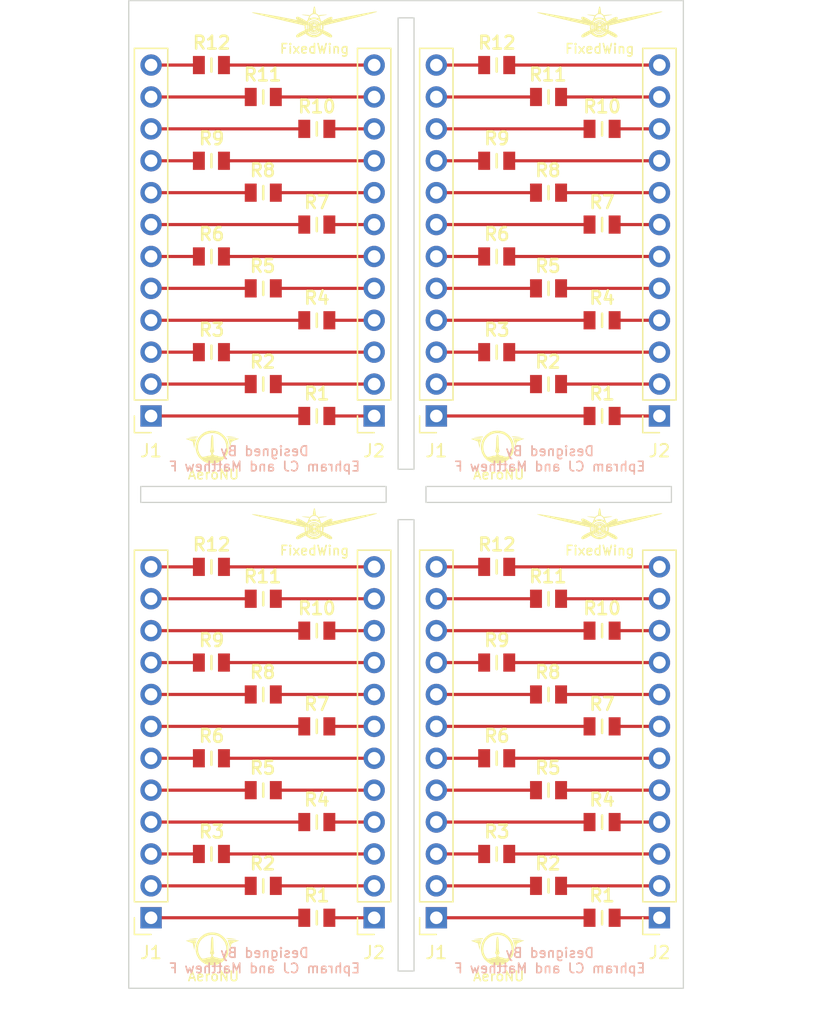
<source format=kicad_pcb>
(kicad_pcb (version 20221018) (generator pcbnew)
  (layers (0 "F.Cu" signal) (31 "B.Cu" signal) (34 "B.Paste" user) (35 "F.Paste" user) (36 "B.SilkS" user "B.Silkscreen") (37 "F.SilkS" user "F.Silkscreen") (38 "B.Mask" user) (39 "F.Mask" user) (44 "Edge.Cuts" user))
  (net 0 "")
  (net 1 "Net-(J1-Pin_1)")
  (net 2 "Net-(J1-Pin_2)")
  (net 3 "Net-(J1-Pin_3)")
  (net 4 "Net-(J1-Pin_4)")
  (net 5 "Net-(J1-Pin_5)")
  (net 6 "Net-(J1-Pin_6)")
  (net 7 "Net-(J1-Pin_7)")
  (net 8 "Net-(J1-Pin_8)")
  (net 9 "Net-(J1-Pin_9)")
  (net 10 "Net-(J1-Pin_10)")
  (net 11 "Net-(J1-Pin_11)")
  (net 12 "Net-(J1-Pin_12)")
  (net 13 "Net-(J2-Pin_1)")
  (net 14 "Net-(J2-Pin_2)")
  (net 15 "Net-(J2-Pin_3)")
  (net 16 "Net-(J2-Pin_4)")
  (net 17 "Net-(J2-Pin_5)")
  (net 18 "Net-(J2-Pin_6)")
  (net 19 "Net-(J2-Pin_7)")
  (net 20 "Net-(J2-Pin_8)")
  (net 21 "Net-(J2-Pin_9)")
  (net 22 "Net-(J2-Pin_10)")
  (net 23 "Net-(J2-Pin_11)")
  (net 24 "Net-(J2-Pin_12)")
  (footprint "FixedWing Symbol Library:RESC2012X50N" (layer "F.Cu") (at 188.341 81.28)
    (fp_text reference "R10" (at 0 -1.778) (layer "F.SilkS") (effects (font (size 1.016 1.016) (thickness 0.2032) bold)))
    (fp_text value "3K3Ω" hide)
    (pad "1" smd rect (at -1 0) (size 0.95 1.45) (layers "F.Cu" "F.Paste" "F.Mask") (net 10 "Net-(J1-Pin_10)"))
    (pad "2" smd rect (at 1 0) (size 0.95 1.45) (layers "F.Cu" "F.Paste" "F.Mask") (net 22 "Net-(J2-Pin_10)"))
  )
  (footprint "FixedWing Symbol Library:RESC2012X50N" (layer "F.Cu") (at 161.3408 86.36)
    (fp_text reference "R8" (at -0.0508 -1.778) (layer "F.SilkS") (effects (font (size 1.016 1.016) (thickness 0.2032) bold)))
    (fp_text value "3K3Ω" hide)
    (pad "1" smd rect (at -1 0) (size 0.95 1.45) (layers "F.Cu" "F.Paste" "F.Mask") (net 8 "Net-(J1-Pin_8)"))
    (pad "2" smd rect (at 1 0) (size 0.95 1.45) (layers "F.Cu" "F.Paste" "F.Mask") (net 20 "Net-(J2-Pin_8)"))
  )
  (footprint "FixedWing Symbol Library:RESC2012X50N" (layer "F.Cu") (at 165.608 88.9)
    (fp_text reference "R7" (at 0 -1.778) (layer "F.SilkS") (effects (font (size 1.016 1.016) (thickness 0.2032) bold)))
    (fp_text value "3K3Ω" hide)
    (pad "1" smd rect (at -1 0) (size 0.95 1.45) (layers "F.Cu" "F.Paste" "F.Mask") (net 7 "Net-(J1-Pin_7)"))
    (pad "2" smd rect (at 1 0) (size 0.95 1.45) (layers "F.Cu" "F.Paste" "F.Mask") (net 19 "Net-(J2-Pin_7)"))
  )
  (footprint "FixedWing:AeroNU - Logo (Smol)" (layer "F.Cu") (at 180.139049 69.423188)
    (fp_text reference "AeroNU" hide)
    (fp_text value "LOGO" hide)
  )
  (footprint "FixedWing Symbol Library:RESC2012X50N" (layer "F.Cu") (at 184.0738 61.6458)
    (fp_text reference "R2" (at -0.0508 -1.778) (layer "F.SilkS") (effects (font (size 1.016 1.016) (thickness 0.2032) bold)))
    (fp_text value "3K3Ω" hide)
    (pad "1" smd rect (at -1 0) (size 0.95 1.45) (layers "F.Cu" "F.Paste" "F.Mask") (net 2 "Net-(J1-Pin_2)"))
    (pad "2" smd rect (at 1 0) (size 0.95 1.45) (layers "F.Cu" "F.Paste" "F.Mask") (net 14 "Net-(J2-Pin_2)"))
  )
  (footprint "FixedWing Symbol Library:RESC2012X50N" (layer "F.Cu") (at 184.0738 101.6)
    (fp_text reference "R2" (at -0.0508 -1.778) (layer "F.SilkS") (effects (font (size 1.016 1.016) (thickness 0.2032) bold)))
    (fp_text value "3K3Ω" hide)
    (pad "1" smd rect (at -1 0) (size 0.95 1.45) (layers "F.Cu" "F.Paste" "F.Mask") (net 2 "Net-(J1-Pin_2)"))
    (pad "2" smd rect (at 1 0) (size 0.95 1.45) (layers "F.Cu" "F.Paste" "F.Mask") (net 14 "Net-(J2-Pin_2)"))
  )
  (footprint "FixedWing Symbol Library:RESC2012X50N" (layer "F.Cu") (at 157.21 91.44)
    (fp_text reference "R6" (at 0.016 -1.778) (layer "F.SilkS") (effects (font (size 1.016 1.016) (thickness 0.2032) bold)))
    (fp_text value "3K3Ω" hide)
    (pad "1" smd rect (at -1 0) (size 0.95 1.45) (layers "F.Cu" "F.Paste" "F.Mask") (net 6 "Net-(J1-Pin_6)"))
    (pad "2" smd rect (at 1 0) (size 0.95 1.45) (layers "F.Cu" "F.Paste" "F.Mask") (net 18 "Net-(J2-Pin_6)"))
  )
  (footprint "FixedWing Symbol Library:RESC2012X50N" (layer "F.Cu") (at 188.341 88.9)
    (fp_text reference "R7" (at 0 -1.778) (layer "F.SilkS") (effects (font (size 1.016 1.016) (thickness 0.2032) bold)))
    (fp_text value "3K3Ω" hide)
    (pad "1" smd rect (at -1 0) (size 0.95 1.45) (layers "F.Cu" "F.Paste" "F.Mask") (net 7 "Net-(J1-Pin_7)"))
    (pad "2" smd rect (at 1 0) (size 0.95 1.45) (layers "F.Cu" "F.Paste" "F.Mask") (net 19 "Net-(J2-Pin_7)"))
  )
  (footprint "FixedWing Symbol Library:RESC2012X50N" (layer "F.Cu") (at 184.0738 54.0258)
    (fp_text reference "R5" (at -0.0508 -1.778) (layer "F.SilkS") (effects (font (size 1.016 1.016) (thickness 0.2032) bold)))
    (fp_text value "3K3Ω" hide)
    (pad "1" smd rect (at -1 0) (size 0.95 1.45) (layers "F.Cu" "F.Paste" "F.Mask") (net 5 "Net-(J1-Pin_5)"))
    (pad "2" smd rect (at 1 0) (size 0.95 1.45) (layers "F.Cu" "F.Paste" "F.Mask") (net 17 "Net-(J2-Pin_5)"))
  )
  (footprint "Connector_PinSocket_2.54mm:PinSocket_1x12_P2.54mm_Vertical" (layer "F.Cu") (at 175.133 64.1858 180)
    (fp_text reference "J1" (at 0 -2.77) (layer "F.SilkS"))
    (fp_text value "Conn_01x12")
    (pad "1" thru_hole rect (at 0 0 180) (size 1.7 1.7) (drill 1) (layers "*.Cu" "*.Mask") (net 1 "Net-(J1-Pin_1)"))
    (pad "2" thru_hole oval (at 0 2.54 180) (size 1.7 1.7) (drill 1) (layers "*.Cu" "*.Mask") (net 2 "Net-(J1-Pin_2)"))
    (pad "3" thru_hole oval (at 0 5.08 180) (size 1.7 1.7) (drill 1) (layers "*.Cu" "*.Mask") (net 3 "Net-(J1-Pin_3)"))
    (pad "4" thru_hole oval (at 0 7.62 180) (size 1.7 1.7) (drill 1) (layers "*.Cu" "*.Mask") (net 4 "Net-(J1-Pin_4)"))
    (pad "5" thru_hole oval (at 0 10.16 180) (size 1.7 1.7) (drill 1) (layers "*.Cu" "*.Mask") (net 5 "Net-(J1-Pin_5)"))
    (pad "6" thru_hole oval (at 0 12.7 180) (size 1.7 1.7) (drill 1) (layers "*.Cu" "*.Mask") (net 6 "Net-(J1-Pin_6)"))
    (pad "7" thru_hole oval (at 0 15.24 180) (size 1.7 1.7) (drill 1) (layers "*.Cu" "*.Mask") (net 7 "Net-(J1-Pin_7)"))
    (pad "8" thru_hole oval (at 0 17.78 180) (size 1.7 1.7) (drill 1) (layers "*.Cu" "*.Mask") (net 8 "Net-(J1-Pin_8)"))
    (pad "9" thru_hole oval (at 0 20.32 180) (size 1.7 1.7) (drill 1) (layers "*.Cu" "*.Mask") (net 9 "Net-(J1-Pin_9)"))
    (pad "10" thru_hole oval (at 0 22.86 180) (size 1.7 1.7) (drill 1) (layers "*.Cu" "*.Mask") (net 10 "Net-(J1-Pin_10)"))
    (pad "11" thru_hole oval (at 0 25.4 180) (size 1.7 1.7) (drill 1) (layers "*.Cu" "*.Mask") (net 11 "Net-(J1-Pin_11)"))
    (pad "12" thru_hole oval (at 0 27.94 180) (size 1.7 1.7) (drill 1) (layers "*.Cu" "*.Mask") (net 12 "Net-(J1-Pin_12)"))
  )
  (footprint "FixedWing:AeroNU - Logo (Smol)" (layer "F.Cu") (at 157.406049 69.423188)
    (fp_text reference "AeroNU" hide)
    (fp_text value "LOGO" hide)
  )
  (footprint "FixedWing Symbol Library:RESC2012X50N" (layer "F.Cu") (at 188.341 64.1858)
    (fp_text reference "R1" (at 0 -1.778) (layer "F.SilkS") (effects (font (size 1.016 1.016) (thickness 0.2032) bold)))
    (fp_text value "3K3Ω" hide)
    (pad "1" smd rect (at -1 0) (size 0.95 1.45) (layers "F.Cu" "F.Paste" "F.Mask") (net 1 "Net-(J1-Pin_1)"))
    (pad "2" smd rect (at 1 0) (size 0.95 1.45) (layers "F.Cu" "F.Paste" "F.Mask") (net 13 "Net-(J2-Pin_1)"))
  )
  (footprint "FixedWing Symbol Library:RESC2012X50N" (layer "F.Cu") (at 161.3408 46.4058)
    (fp_text reference "R8" (at -0.0508 -1.778) (layer "F.SilkS") (effects (font (size 1.016 1.016) (thickness 0.2032) bold)))
    (fp_text value "3K3Ω" hide)
    (pad "1" smd rect (at -1 0) (size 0.95 1.45) (layers "F.Cu" "F.Paste" "F.Mask") (net 8 "Net-(J1-Pin_8)"))
    (pad "2" smd rect (at 1 0) (size 0.95 1.45) (layers "F.Cu" "F.Paste" "F.Mask") (net 20 "Net-(J2-Pin_8)"))
  )
  (footprint "FixedWing Symbol Library:RESC2012X50N" (layer "F.Cu") (at 179.943 59.1058)
    (fp_text reference "R3" (at 0.016 -1.778) (layer "F.SilkS") (effects (font (size 1.016 1.016) (thickness 0.2032) bold)))
    (fp_text value "3K3Ω" hide)
    (pad "1" smd rect (at -1 0) (size 0.95 1.45) (layers "F.Cu" "F.Paste" "F.Mask") (net 3 "Net-(J1-Pin_3)"))
    (pad "2" smd rect (at 1 0) (size 0.95 1.45) (layers "F.Cu" "F.Paste" "F.Mask") (net 15 "Net-(J2-Pin_3)"))
  )
  (footprint "FixedWing Symbol Library:RESC2012X50N" (layer "F.Cu") (at 188.341 56.5658)
    (fp_text reference "R4" (at 0 -1.778) (layer "F.SilkS") (effects (font (size 1.016 1.016) (thickness 0.2032) bold)))
    (fp_text value "3K3Ω" hide)
    (pad "1" smd rect (at -1 0) (size 0.95 1.45) (layers "F.Cu" "F.Paste" "F.Mask") (net 4 "Net-(J1-Pin_4)"))
    (pad "2" smd rect (at 1 0) (size 0.95 1.45) (layers "F.Cu" "F.Paste" "F.Mask") (net 16 "Net-(J2-Pin_4)"))
  )
  (footprint "FixedWing Symbol Library:RESC2012X50N" (layer "F.Cu") (at 161.3408 78.74)
    (fp_text reference "R11" (at -0.0508 -1.778) (layer "F.SilkS") (effects (font (size 1.016 1.016) (thickness 0.2032) bold)))
    (fp_text value "3K3Ω" hide)
    (pad "1" smd rect (at -1 0) (size 0.95 1.45) (layers "F.Cu" "F.Paste" "F.Mask") (net 11 "Net-(J1-Pin_11)"))
    (pad "2" smd rect (at 1 0) (size 0.95 1.45) (layers "F.Cu" "F.Paste" "F.Mask") (net 23 "Net-(J2-Pin_11)"))
  )
  (footprint "FixedWing Symbol Library:RESC2012X50N" (layer "F.Cu") (at 157.21 83.82)
    (fp_text reference "R9" (at 0.016 -1.778) (layer "F.SilkS") (effects (font (size 1.016 1.016) (thickness 0.2032) bold)))
    (fp_text value "3K3Ω" hide)
    (pad "1" smd rect (at -1 0) (size 0.95 1.45) (layers "F.Cu" "F.Paste" "F.Mask") (net 9 "Net-(J1-Pin_9)"))
    (pad "2" smd rect (at 1 0) (size 0.95 1.45) (layers "F.Cu" "F.Paste" "F.Mask") (net 21 "Net-(J2-Pin_9)"))
  )
  (footprint "FixedWing:FixedWing - Logo (Smol)" (layer "F.Cu") (at 165.4175 33.2232)
    (fp_text reference "FixedWing" (at 0.004963 1.722249) (layer "F.SilkS") (effects (font (size 0.75 0.75) (thickness 0.125))))
    (fp_text value "LOGO" hide)
  )
  (footprint "FixedWing Symbol Library:RESC2012X50N" (layer "F.Cu") (at 157.21 59.1058)
    (fp_text reference "R3" (at 0.016 -1.778) (layer "F.SilkS") (effects (font (size 1.016 1.016) (thickness 0.2032) bold)))
    (fp_text value "3K3Ω" hide)
    (pad "1" smd rect (at -1 0) (size 0.95 1.45) (layers "F.Cu" "F.Paste" "F.Mask") (net 3 "Net-(J1-Pin_3)"))
    (pad "2" smd rect (at 1 0) (size 0.95 1.45) (layers "F.Cu" "F.Paste" "F.Mask") (net 15 "Net-(J2-Pin_3)"))
  )
  (footprint "FixedWing Symbol Library:RESC2012X50N" (layer "F.Cu") (at 165.608 81.28)
    (fp_text reference "R10" (at 0 -1.778) (layer "F.SilkS") (effects (font (size 1.016 1.016) (thickness 0.2032) bold)))
    (fp_text value "3K3Ω" hide)
    (pad "1" smd rect (at -1 0) (size 0.95 1.45) (layers "F.Cu" "F.Paste" "F.Mask") (net 10 "Net-(J1-Pin_10)"))
    (pad "2" smd rect (at 1 0) (size 0.95 1.45) (layers "F.Cu" "F.Paste" "F.Mask") (net 22 "Net-(J2-Pin_10)"))
  )
  (footprint "FixedWing:AeroNU - Logo (Smol)" (layer "F.Cu") (at 157.406049 109.377388)
    (fp_text reference "AeroNU" hide)
    (fp_text value "LOGO" hide)
  )
  (footprint "FixedWing Symbol Library:RESC2012X50N" (layer "F.Cu") (at 165.608 96.52)
    (fp_text reference "R4" (at 0 -1.778) (layer "F.SilkS") (effects (font (size 1.016 1.016) (thickness 0.2032) bold)))
    (fp_text value "3K3Ω" hide)
    (pad "1" smd rect (at -1 0) (size 0.95 1.45) (layers "F.Cu" "F.Paste" "F.Mask") (net 4 "Net-(J1-Pin_4)"))
    (pad "2" smd rect (at 1 0) (size 0.95 1.45) (layers "F.Cu" "F.Paste" "F.Mask") (net 16 "Net-(J2-Pin_4)"))
  )
  (footprint "Connector_PinSocket_2.54mm:PinSocket_1x12_P2.54mm_Vertical" (layer "F.Cu") (at 152.4 104.14 180)
    (fp_text reference "J1" (at 0 -2.77) (layer "F.SilkS"))
    (fp_text value "Conn_01x12")
    (pad "1" thru_hole rect (at 0 0 180) (size 1.7 1.7) (drill 1) (layers "*.Cu" "*.Mask") (net 1 "Net-(J1-Pin_1)"))
    (pad "2" thru_hole oval (at 0 2.54 180) (size 1.7 1.7) (drill 1) (layers "*.Cu" "*.Mask") (net 2 "Net-(J1-Pin_2)"))
    (pad "3" thru_hole oval (at 0 5.08 180) (size 1.7 1.7) (drill 1) (layers "*.Cu" "*.Mask") (net 3 "Net-(J1-Pin_3)"))
    (pad "4" thru_hole oval (at 0 7.62 180) (size 1.7 1.7) (drill 1) (layers "*.Cu" "*.Mask") (net 4 "Net-(J1-Pin_4)"))
    (pad "5" thru_hole oval (at 0 10.16 180) (size 1.7 1.7) (drill 1) (layers "*.Cu" "*.Mask") (net 5 "Net-(J1-Pin_5)"))
    (pad "6" thru_hole oval (at 0 12.7 180) (size 1.7 1.7) (drill 1) (layers "*.Cu" "*.Mask") (net 6 "Net-(J1-Pin_6)"))
    (pad "7" thru_hole oval (at 0 15.24 180) (size 1.7 1.7) (drill 1) (layers "*.Cu" "*.Mask") (net 7 "Net-(J1-Pin_7)"))
    (pad "8" thru_hole oval (at 0 17.78 180) (size 1.7 1.7) (drill 1) (layers "*.Cu" "*.Mask") (net 8 "Net-(J1-Pin_8)"))
    (pad "9" thru_hole oval (at 0 20.32 180) (size 1.7 1.7) (drill 1) (layers "*.Cu" "*.Mask") (net 9 "Net-(J1-Pin_9)"))
    (pad "10" thru_hole oval (at 0 22.86 180) (size 1.7 1.7) (drill 1) (layers "*.Cu" "*.Mask") (net 10 "Net-(J1-Pin_10)"))
    (pad "11" thru_hole oval (at 0 25.4 180) (size 1.7 1.7) (drill 1) (layers "*.Cu" "*.Mask") (net 11 "Net-(J1-Pin_11)"))
    (pad "12" thru_hole oval (at 0 27.94 180) (size 1.7 1.7) (drill 1) (layers "*.Cu" "*.Mask") (net 12 "Net-(J1-Pin_12)"))
  )
  (footprint "FixedWing Symbol Library:RESC2012X50N" (layer "F.Cu") (at 188.341 104.14)
    (fp_text reference "R1" (at 0 -1.778) (layer "F.SilkS") (effects (font (size 1.016 1.016) (thickness 0.2032) bold)))
    (fp_text value "3K3Ω" hide)
    (pad "1" smd rect (at -1 0) (size 0.95 1.45) (layers "F.Cu" "F.Paste" "F.Mask") (net 1 "Net-(J1-Pin_1)"))
    (pad "2" smd rect (at 1 0) (size 0.95 1.45) (layers "F.Cu" "F.Paste" "F.Mask") (net 13 "Net-(J2-Pin_1)"))
  )
  (footprint "FixedWing Symbol Library:RESC2012X50N" (layer "F.Cu") (at 179.943 76.2)
    (fp_text reference "R12" (at 0.016 -1.778) (layer "F.SilkS") (effects (font (size 1.016 1.016) (thickness 0.2032) bold)))
    (fp_text value "3K3Ω" hide)
    (pad "1" smd rect (at -1 0) (size 0.95 1.45) (layers "F.Cu" "F.Paste" "F.Mask") (net 12 "Net-(J1-Pin_12)"))
    (pad "2" smd rect (at 1 0) (size 0.95 1.45) (layers "F.Cu" "F.Paste" "F.Mask") (net 24 "Net-(J2-Pin_12)"))
  )
  (footprint "Connector_PinSocket_2.54mm:PinSocket_1x12_P2.54mm_Vertical" (layer "F.Cu") (at 192.913 64.1858 180)
    (fp_text reference "J2" (at 0 -2.77) (layer "F.SilkS"))
    (fp_text value "Conn_01x12")
    (pad "1" thru_hole rect (at 0 0 180) (size 1.7 1.7) (drill 1) (layers "*.Cu" "*.Mask") (net 13 "Net-(J2-Pin_1)"))
    (pad "2" thru_hole oval (at 0 2.54 180) (size 1.7 1.7) (drill 1) (layers "*.Cu" "*.Mask") (net 14 "Net-(J2-Pin_2)"))
    (pad "3" thru_hole oval (at 0 5.08 180) (size 1.7 1.7) (drill 1) (layers "*.Cu" "*.Mask") (net 15 "Net-(J2-Pin_3)"))
    (pad "4" thru_hole oval (at 0 7.62 180) (size 1.7 1.7) (drill 1) (layers "*.Cu" "*.Mask") (net 16 "Net-(J2-Pin_4)"))
    (pad "5" thru_hole oval (at 0 10.16 180) (size 1.7 1.7) (drill 1) (layers "*.Cu" "*.Mask") (net 17 "Net-(J2-Pin_5)"))
    (pad "6" thru_hole oval (at 0 12.7 180) (size 1.7 1.7) (drill 1) (layers "*.Cu" "*.Mask") (net 18 "Net-(J2-Pin_6)"))
    (pad "7" thru_hole oval (at 0 15.24 180) (size 1.7 1.7) (drill 1) (layers "*.Cu" "*.Mask") (net 19 "Net-(J2-Pin_7)"))
    (pad "8" thru_hole oval (at 0 17.78 180) (size 1.7 1.7) (drill 1) (layers "*.Cu" "*.Mask") (net 20 "Net-(J2-Pin_8)"))
    (pad "9" thru_hole oval (at 0 20.32 180) (size 1.7 1.7) (drill 1) (layers "*.Cu" "*.Mask") (net 21 "Net-(J2-Pin_9)"))
    (pad "10" thru_hole oval (at 0 22.86 180) (size 1.7 1.7) (drill 1) (layers "*.Cu" "*.Mask") (net 22 "Net-(J2-Pin_10)"))
    (pad "11" thru_hole oval (at 0 25.4 180) (size 1.7 1.7) (drill 1) (layers "*.Cu" "*.Mask") (net 23 "Net-(J2-Pin_11)"))
    (pad "12" thru_hole oval (at 0 27.94 180) (size 1.7 1.7) (drill 1) (layers "*.Cu" "*.Mask") (net 24 "Net-(J2-Pin_12)"))
  )
  (footprint "FixedWing Symbol Library:RESC2012X50N" (layer "F.Cu") (at 165.608 56.5658)
    (fp_text reference "R4" (at 0 -1.778) (layer "F.SilkS") (effects (font (size 1.016 1.016) (thickness 0.2032) bold)))
    (fp_text value "3K3Ω" hide)
    (pad "1" smd rect (at -1 0) (size 0.95 1.45) (layers "F.Cu" "F.Paste" "F.Mask") (net 4 "Net-(J1-Pin_4)"))
    (pad "2" smd rect (at 1 0) (size 0.95 1.45) (layers "F.Cu" "F.Paste" "F.Mask") (net 16 "Net-(J2-Pin_4)"))
  )
  (footprint "FixedWing Symbol Library:RESC2012X50N" (layer "F.Cu") (at 184.0738 93.98)
    (fp_text reference "R5" (at -0.0508 -1.778) (layer "F.SilkS") (effects (font (size 1.016 1.016) (thickness 0.2032) bold)))
    (fp_text value "3K3Ω" hide)
    (pad "1" smd rect (at -1 0) (size 0.95 1.45) (layers "F.Cu" "F.Paste" "F.Mask") (net 5 "Net-(J1-Pin_5)"))
    (pad "2" smd rect (at 1 0) (size 0.95 1.45) (layers "F.Cu" "F.Paste" "F.Mask") (net 17 "Net-(J2-Pin_5)"))
  )
  (footprint "FixedWing:FixedWing - Logo (Smol)" (layer "F.Cu") (at 165.4175 73.1774)
    (fp_text reference "FixedWing" (at 0.004963 1.722249) (layer "F.SilkS") (effects (font (size 0.75 0.75) (thickness 0.125))))
    (fp_text value "LOGO" hide)
  )
  (footprint "FixedWing Symbol Library:RESC2012X50N" (layer "F.Cu") (at 179.943 51.4858)
    (fp_text reference "R6" (at 0.016 -1.778) (layer "F.SilkS") (effects (font (size 1.016 1.016) (thickness 0.2032) bold)))
    (fp_text value "3K3Ω" hide)
    (pad "1" smd rect (at -1 0) (size 0.95 1.45) (layers "F.Cu" "F.Paste" "F.Mask") (net 6 "Net-(J1-Pin_6)"))
    (pad "2" smd rect (at 1 0) (size 0.95 1.45) (layers "F.Cu" "F.Paste" "F.Mask") (net 18 "Net-(J2-Pin_6)"))
  )
  (footprint "FixedWing Symbol Library:RESC2012X50N" (layer "F.Cu") (at 165.608 48.9458)
    (fp_text reference "R7" (at 0 -1.778) (layer "F.SilkS") (effects (font (size 1.016 1.016) (thickness 0.2032) bold)))
    (fp_text value "3K3Ω" hide)
    (pad "1" smd rect (at -1 0) (size 0.95 1.45) (layers "F.Cu" "F.Paste" "F.Mask") (net 7 "Net-(J1-Pin_7)"))
    (pad "2" smd rect (at 1 0) (size 0.95 1.45) (layers "F.Cu" "F.Paste" "F.Mask") (net 19 "Net-(J2-Pin_7)"))
  )
  (footprint "Connector_PinSocket_2.54mm:PinSocket_1x12_P2.54mm_Vertical" (layer "F.Cu") (at 192.913 104.14 180)
    (fp_text reference "J2" (at 0 -2.77) (layer "F.SilkS"))
    (fp_text value "Conn_01x12")
    (pad "1" thru_hole rect (at 0 0 180) (size 1.7 1.7) (drill 1) (layers "*.Cu" "*.Mask") (net 13 "Net-(J2-Pin_1)"))
    (pad "2" thru_hole oval (at 0 2.54 180) (size 1.7 1.7) (drill 1) (layers "*.Cu" "*.Mask") (net 14 "Net-(J2-Pin_2)"))
    (pad "3" thru_hole oval (at 0 5.08 180) (size 1.7 1.7) (drill 1) (layers "*.Cu" "*.Mask") (net 15 "Net-(J2-Pin_3)"))
    (pad "4" thru_hole oval (at 0 7.62 180) (size 1.7 1.7) (drill 1) (layers "*.Cu" "*.Mask") (net 16 "Net-(J2-Pin_4)"))
    (pad "5" thru_hole oval (at 0 10.16 180) (size 1.7 1.7) (drill 1) (layers "*.Cu" "*.Mask") (net 17 "Net-(J2-Pin_5)"))
    (pad "6" thru_hole oval (at 0 12.7 180) (size 1.7 1.7) (drill 1) (layers "*.Cu" "*.Mask") (net 18 "Net-(J2-Pin_6)"))
    (pad "7" thru_hole oval (at 0 15.24 180) (size 1.7 1.7) (drill 1) (layers "*.Cu" "*.Mask") (net 19 "Net-(J2-Pin_7)"))
    (pad "8" thru_hole oval (at 0 17.78 180) (size 1.7 1.7) (drill 1) (layers "*.Cu" "*.Mask") (net 20 "Net-(J2-Pin_8)"))
    (pad "9" thru_hole oval (at 0 20.32 180) (size 1.7 1.7) (drill 1) (layers "*.Cu" "*.Mask") (net 21 "Net-(J2-Pin_9)"))
    (pad "10" thru_hole oval (at 0 22.86 180) (size 1.7 1.7) (drill 1) (layers "*.Cu" "*.Mask") (net 22 "Net-(J2-Pin_10)"))
    (pad "11" thru_hole oval (at 0 25.4 180) (size 1.7 1.7) (drill 1) (layers "*.Cu" "*.Mask") (net 23 "Net-(J2-Pin_11)"))
    (pad "12" thru_hole oval (at 0 27.94 180) (size 1.7 1.7) (drill 1) (layers "*.Cu" "*.Mask") (net 24 "Net-(J2-Pin_12)"))
  )
  (footprint "FixedWing Symbol Library:RESC2012X50N" (layer "F.Cu") (at 157.21 76.2)
    (fp_text reference "R12" (at 0.016 -1.778) (layer "F.SilkS") (effects (font (size 1.016 1.016) (thickness 0.2032) bold)))
    (fp_text value "3K3Ω" hide)
    (pad "1" smd rect (at -1 0) (size 0.95 1.45) (layers "F.Cu" "F.Paste" "F.Mask") (net 12 "Net-(J1-Pin_12)"))
    (pad "2" smd rect (at 1 0) (size 0.95 1.45) (layers "F.Cu" "F.Paste" "F.Mask") (net 24 "Net-(J2-Pin_12)"))
  )
  (footprint "FixedWing:FixedWing - Logo (Smol)" (layer "F.Cu") (at 188.1505 73.1774)
    (fp_text reference "FixedWing" (at 0.004963 1.722249) (layer "F.SilkS") (effects (font (size 0.75 0.75) (thickness 0.125))))
    (fp_text value "LOGO" hide)
  )
  (footprint "FixedWing Symbol Library:RESC2012X50N" (layer "F.Cu") (at 161.3408 38.7858)
    (fp_text reference "R11" (at -0.0508 -1.778) (layer "F.SilkS") (effects (font (size 1.016 1.016) (thickness 0.2032) bold)))
    (fp_text value "3K3Ω" hide)
    (pad "1" smd rect (at -1 0) (size 0.95 1.45) (layers "F.Cu" "F.Paste" "F.Mask") (net 11 "Net-(J1-Pin_11)"))
    (pad "2" smd rect (at 1 0) (size 0.95 1.45) (layers "F.Cu" "F.Paste" "F.Mask") (net 23 "Net-(J2-Pin_11)"))
  )
  (footprint "Connector_PinSocket_2.54mm:PinSocket_1x12_P2.54mm_Vertical" (layer "F.Cu") (at 175.133 104.14 180)
    (fp_text reference "J1" (at 0 -2.77) (layer "F.SilkS"))
    (fp_text value "Conn_01x12")
    (pad "1" thru_hole rect (at 0 0 180) (size 1.7 1.7) (drill 1) (layers "*.Cu" "*.Mask") (net 1 "Net-(J1-Pin_1)"))
    (pad "2" thru_hole oval (at 0 2.54 180) (size 1.7 1.7) (drill 1) (layers "*.Cu" "*.Mask") (net 2 "Net-(J1-Pin_2)"))
    (pad "3" thru_hole oval (at 0 5.08 180) (size 1.7 1.7) (drill 1) (layers "*.Cu" "*.Mask") (net 3 "Net-(J1-Pin_3)"))
    (pad "4" thru_hole oval (at 0 7.62 180) (size 1.7 1.7) (drill 1) (layers "*.Cu" "*.Mask") (net 4 "Net-(J1-Pin_4)"))
    (pad "5" thru_hole oval (at 0 10.16 180) (size 1.7 1.7) (drill 1) (layers "*.Cu" "*.Mask") (net 5 "Net-(J1-Pin_5)"))
    (pad "6" thru_hole oval (at 0 12.7 180) (size 1.7 1.7) (drill 1) (layers "*.Cu" "*.Mask") (net 6 "Net-(J1-Pin_6)"))
    (pad "7" thru_hole oval (at 0 15.24 180) (size 1.7 1.7) (drill 1) (layers "*.Cu" "*.Mask") (net 7 "Net-(J1-Pin_7)"))
    (pad "8" thru_hole oval (at 0 17.78 180) (size 1.7 1.7) (drill 1) (layers "*.Cu" "*.Mask") (net 8 "Net-(J1-Pin_8)"))
    (pad "9" thru_hole oval (at 0 20.32 180) (size 1.7 1.7) (drill 1) (layers "*.Cu" "*.Mask") (net 9 "Net-(J1-Pin_9)"))
    (pad "10" thru_hole oval (at 0 22.86 180) (size 1.7 1.7) (drill 1) (layers "*.Cu" "*.Mask") (net 10 "Net-(J1-Pin_10)"))
    (pad "11" thru_hole oval (at 0 25.4 180) (size 1.7 1.7) (drill 1) (layers "*.Cu" "*.Mask") (net 11 "Net-(J1-Pin_11)"))
    (pad "12" thru_hole oval (at 0 27.94 180) (size 1.7 1.7) (drill 1) (layers "*.Cu" "*.Mask") (net 12 "Net-(J1-Pin_12)"))
  )
  (footprint "FixedWing Symbol Library:RESC2012X50N" (layer "F.Cu") (at 161.3408 93.98)
    (fp_text reference "R5" (at -0.0508 -1.778) (layer "F.SilkS") (effects (font (size 1.016 1.016) (thickness 0.2032) bold)))
    (fp_text value "3K3Ω" hide)
    (pad "1" smd rect (at -1 0) (size 0.95 1.45) (layers "F.Cu" "F.Paste" "F.Mask") (net 5 "Net-(J1-Pin_5)"))
    (pad "2" smd rect (at 1 0) (size 0.95 1.45) (layers "F.Cu" "F.Paste" "F.Mask") (net 17 "Net-(J2-Pin_5)"))
  )
  (footprint "Connector_PinSocket_2.54mm:PinSocket_1x12_P2.54mm_Vertical" (layer "F.Cu") (at 170.18 104.14 180)
    (fp_text reference "J2" (at 0 -2.77) (layer "F.SilkS"))
    (fp_text value "Conn_01x12")
    (pad "1" thru_hole rect (at 0 0 180) (size 1.7 1.7) (drill 1) (layers "*.Cu" "*.Mask") (net 13 "Net-(J2-Pin_1)"))
    (pad "2" thru_hole oval (at 0 2.54 180) (size 1.7 1.7) (drill 1) (layers "*.Cu" "*.Mask") (net 14 "Net-(J2-Pin_2)"))
    (pad "3" thru_hole oval (at 0 5.08 180) (size 1.7 1.7) (drill 1) (layers "*.Cu" "*.Mask") (net 15 "Net-(J2-Pin_3)"))
    (pad "4" thru_hole oval (at 0 7.62 180) (size 1.7 1.7) (drill 1) (layers "*.Cu" "*.Mask") (net 16 "Net-(J2-Pin_4)"))
    (pad "5" thru_hole oval (at 0 10.16 180) (size 1.7 1.7) (drill 1) (layers "*.Cu" "*.Mask") (net 17 "Net-(J2-Pin_5)"))
    (pad "6" thru_hole oval (at 0 12.7 180) (size 1.7 1.7) (drill 1) (layers "*.Cu" "*.Mask") (net 18 "Net-(J2-Pin_6)"))
    (pad "7" thru_hole oval (at 0 15.24 180) (size 1.7 1.7) (drill 1) (layers "*.Cu" "*.Mask") (net 19 "Net-(J2-Pin_7)"))
    (pad "8" thru_hole oval (at 0 17.78 180) (size 1.7 1.7) (drill 1) (layers "*.Cu" "*.Mask") (net 20 "Net-(J2-Pin_8)"))
    (pad "9" thru_hole oval (at 0 20.32 180) (size 1.7 1.7) (drill 1) (layers "*.Cu" "*.Mask") (net 21 "Net-(J2-Pin_9)"))
    (pad "10" thru_hole oval (at 0 22.86 180) (size 1.7 1.7) (drill 1) (layers "*.Cu" "*.Mask") (net 22 "Net-(J2-Pin_10)"))
    (pad "11" thru_hole oval (at 0 25.4 180) (size 1.7 1.7) (drill 1) (layers "*.Cu" "*.Mask") (net 23 "Net-(J2-Pin_11)"))
    (pad "12" thru_hole oval (at 0 27.94 180) (size 1.7 1.7) (drill 1) (layers "*.Cu" "*.Mask") (net 24 "Net-(J2-Pin_12)"))
  )
  (footprint "FixedWing Symbol Library:RESC2012X50N" (layer "F.Cu") (at 184.0738 46.4058)
    (fp_text reference "R8" (at -0.0508 -1.778) (layer "F.SilkS") (effects (font (size 1.016 1.016) (thickness 0.2032) bold)))
    (fp_text value "3K3Ω" hide)
    (pad "1" smd rect (at -1 0) (size 0.95 1.45) (layers "F.Cu" "F.Paste" "F.Mask") (net 8 "Net-(J1-Pin_8)"))
    (pad "2" smd rect (at 1 0) (size 0.95 1.45) (layers "F.Cu" "F.Paste" "F.Mask") (net 20 "Net-(J2-Pin_8)"))
  )
  (footprint "FixedWing Symbol Library:RESC2012X50N" (layer "F.Cu") (at 184.0738 86.36)
    (fp_text reference "R8" (at -0.0508 -1.778) (layer "F.SilkS") (effects (font (size 1.016 1.016) (thickness 0.2032) bold)))
    (fp_text value "3K3Ω" hide)
    (pad "1" smd rect (at -1 0) (size 0.95 1.45) (layers "F.Cu" "F.Paste" "F.Mask") (net 8 "Net-(J1-Pin_8)"))
    (pad "2" smd rect (at 1 0) (size 0.95 1.45) (layers "F.Cu" "F.Paste" "F.Mask") (net 20 "Net-(J2-Pin_8)"))
  )
  (footprint "FixedWing Symbol Library:RESC2012X50N" (layer "F.Cu") (at 157.21 43.8658)
    (fp_text reference "R9" (at 0.016 -1.778) (layer "F.SilkS") (effects (font (size 1.016 1.016) (thickness 0.2032) bold)))
    (fp_text value "3K3Ω" hide)
    (pad "1" smd rect (at -1 0) (size 0.95 1.45) (layers "F.Cu" "F.Paste" "F.Mask") (net 9 "Net-(J1-Pin_9)"))
    (pad "2" smd rect (at 1 0) (size 0.95 1.45) (layers "F.Cu" "F.Paste" "F.Mask") (net 21 "Net-(J2-Pin_9)"))
  )
  (footprint "FixedWing Symbol Library:RESC2012X50N" (layer "F.Cu") (at 179.943 83.82)
    (fp_text reference "R9" (at 0.016 -1.778) (layer "F.SilkS") (effects (font (size 1.016 1.016) (thickness 0.2032) bold)))
    (fp_text value "3K3Ω" hide)
    (pad "1" smd rect (at -1 0) (size 0.95 1.45) (layers "F.Cu" "F.Paste" "F.Mask") (net 9 "Net-(J1-Pin_9)"))
    (pad "2" smd rect (at 1 0) (size 0.95 1.45) (layers "F.Cu" "F.Paste" "F.Mask") (net 21 "Net-(J2-Pin_9)"))
  )
  (footprint "FixedWing Symbol Library:RESC2012X50N" (layer "F.Cu") (at 188.341 41.3258)
    (fp_text reference "R10" (at 0 -1.778) (layer "F.SilkS") (effects (font (size 1.016 1.016) (thickness 0.2032) bold)))
    (fp_text value "3K3Ω" hide)
    (pad "1" smd rect (at -1 0) (size 0.95 1.45) (layers "F.Cu" "F.Paste" "F.Mask") (net 10 "Net-(J1-Pin_10)"))
    (pad "2" smd rect (at 1 0) (size 0.95 1.45) (layers "F.Cu" "F.Paste" "F.Mask") (net 22 "Net-(J2-Pin_10)"))
  )
  (footprint "FixedWing Symbol Library:RESC2012X50N" (layer "F.Cu") (at 179.943 99.06)
    (fp_text reference "R3" (at 0.016 -1.778) (layer "F.SilkS") (effects (font (size 1.016 1.016) (thickness 0.2032) bold)))
    (fp_text value "3K3Ω" hide)
    (pad "1" smd rect (at -1 0) (size 0.95 1.45) (layers "F.Cu" "F.Paste" "F.Mask") (net 3 "Net-(J1-Pin_3)"))
    (pad "2" smd rect (at 1 0) (size 0.95 1.45) (layers "F.Cu" "F.Paste" "F.Mask") (net 15 "Net-(J2-Pin_3)"))
  )
  (footprint "FixedWing Symbol Library:RESC2012X50N" (layer "F.Cu") (at 165.608 64.1858)
    (fp_text reference "R1" (at 0 -1.778) (layer "F.SilkS") (effects (font (size 1.016 1.016) (thickness 0.2032) bold)))
    (fp_text value "3K3Ω" hide)
    (pad "1" smd rect (at -1 0) (size 0.95 1.45) (layers "F.Cu" "F.Paste" "F.Mask") (net 1 "Net-(J1-Pin_1)"))
    (pad "2" smd rect (at 1 0) (size 0.95 1.45) (layers "F.Cu" "F.Paste" "F.Mask") (net 13 "Net-(J2-Pin_1)"))
  )
  (footprint "FixedWing Symbol Library:RESC2012X50N" (layer "F.Cu") (at 157.21 36.2458)
    (fp_text reference "R12" (at 0.016 -1.778) (layer "F.SilkS") (effects (font (size 1.016 1.016) (thickness 0.2032) bold)))
    (fp_text value "3K3Ω" hide)
    (pad "1" smd rect (at -1 0) (size 0.95 1.45) (layers "F.Cu" "F.Paste" "F.Mask") (net 12 "Net-(J1-Pin_12)"))
    (pad "2" smd rect (at 1 0) (size 0.95 1.45) (layers "F.Cu" "F.Paste" "F.Mask") (net 24 "Net-(J2-Pin_12)"))
  )
  (footprint "Connector_PinSocket_2.54mm:PinSocket_1x12_P2.54mm_Vertical" (layer "F.Cu") (at 152.4 64.1858 180)
    (fp_text reference "J1" (at 0 -2.77) (layer "F.SilkS"))
    (fp_text value "Conn_01x12")
    (pad "1" thru_hole rect (at 0 0 180) (size 1.7 1.7) (drill 1) (layers "*.Cu" "*.Mask") (net 1 "Net-(J1-Pin_1)"))
    (pad "2" thru_hole oval (at 0 2.54 180) (size 1.7 1.7) (drill 1) (layers "*.Cu" "*.Mask") (net 2 "Net-(J1-Pin_2)"))
    (pad "3" thru_hole oval (at 0 5.08 180) (size 1.7 1.7) (drill 1) (layers "*.Cu" "*.Mask") (net 3 "Net-(J1-Pin_3)"))
    (pad "4" thru_hole oval (at 0 7.62 180) (size 1.7 1.7) (drill 1) (layers "*.Cu" "*.Mask") (net 4 "Net-(J1-Pin_4)"))
    (pad "5" thru_hole oval (at 0 10.16 180) (size 1.7 1.7) (drill 1) (layers "*.Cu" "*.Mask") (net 5 "Net-(J1-Pin_5)"))
    (pad "6" thru_hole oval (at 0 12.7 180) (size 1.7 1.7) (drill 1) (layers "*.Cu" "*.Mask") (net 6 "Net-(J1-Pin_6)"))
    (pad "7" thru_hole oval (at 0 15.24 180) (size 1.7 1.7) (drill 1) (layers "*.Cu" "*.Mask") (net 7 "Net-(J1-Pin_7)"))
    (pad "8" thru_hole oval (at 0 17.78 180) (size 1.7 1.7) (drill 1) (layers "*.Cu" "*.Mask") (net 8 "Net-(J1-Pin_8)"))
    (pad "9" thru_hole oval (at 0 20.32 180) (size 1.7 1.7) (drill 1) (layers "*.Cu" "*.Mask") (net 9 "Net-(J1-Pin_9)"))
    (pad "10" thru_hole oval (at 0 22.86 180) (size 1.7 1.7) (drill 1) (layers "*.Cu" "*.Mask") (net 10 "Net-(J1-Pin_10)"))
    (pad "11" thru_hole oval (at 0 25.4 180) (size 1.7 1.7) (drill 1) (layers "*.Cu" "*.Mask") (net 11 "Net-(J1-Pin_11)"))
    (pad "12" thru_hole oval (at 0 27.94 180) (size 1.7 1.7) (drill 1) (layers "*.Cu" "*.Mask") (net 12 "Net-(J1-Pin_12)"))
  )
  (footprint "FixedWing Symbol Library:RESC2012X50N" (layer "F.Cu") (at 188.341 96.52)
    (fp_text reference "R4" (at 0 -1.778) (layer "F.SilkS") (effects (font (size 1.016 1.016) (thickness 0.2032) bold)))
    (fp_text value "3K3Ω" hide)
    (pad "1" smd rect (at -1 0) (size 0.95 1.45) (layers "F.Cu" "F.Paste" "F.Mask") (net 4 "Net-(J1-Pin_4)"))
    (pad "2" smd rect (at 1 0) (size 0.95 1.45) (layers "F.Cu" "F.Paste" "F.Mask") (net 16 "Net-(J2-Pin_4)"))
  )
  (footprint "FixedWing Symbol Library:RESC2012X50N" (layer "F.Cu") (at 184.0738 78.74)
    (fp_text reference "R11" (at -0.0508 -1.778) (layer "F.SilkS") (effects (font (size 1.016 1.016) (thickness 0.2032) bold)))
    (fp_text value "3K3Ω" hide)
    (pad "1" smd rect (at -1 0) (size 0.95 1.45) (layers "F.Cu" "F.Paste" "F.Mask") (net 11 "Net-(J1-Pin_11)"))
    (pad "2" smd rect (at 1 0) (size 0.95 1.45) (layers "F.Cu" "F.Paste" "F.Mask") (net 23 "Net-(J2-Pin_11)"))
  )
  (footprint "Connector_PinSocket_2.54mm:PinSocket_1x12_P2.54mm_Vertical" (layer "F.Cu") (at 170.18 64.1858 180)
    (fp_text reference "J2" (at 0 -2.77) (layer "F.SilkS"))
    (fp_text value "Conn_01x12")
    (pad "1" thru_hole rect (at 0 0 180) (size 1.7 1.7) (drill 1) (layers "*.Cu" "*.Mask") (net 13 "Net-(J2-Pin_1)"))
    (pad "2" thru_hole oval (at 0 2.54 180) (size 1.7 1.7) (drill 1) (layers "*.Cu" "*.Mask") (net 14 "Net-(J2-Pin_2)"))
    (pad "3" thru_hole oval (at 0 5.08 180) (size 1.7 1.7) (drill 1) (layers "*.Cu" "*.Mask") (net 15 "Net-(J2-Pin_3)"))
    (pad "4" thru_hole oval (at 0 7.62 180) (size 1.7 1.7) (drill 1) (layers "*.Cu" "*.Mask") (net 16 "Net-(J2-Pin_4)"))
    (pad "5" thru_hole oval (at 0 10.16 180) (size 1.7 1.7) (drill 1) (layers "*.Cu" "*.Mask") (net 17 "Net-(J2-Pin_5)"))
    (pad "6" thru_hole oval (at 0 12.7 180) (size 1.7 1.7) (drill 1) (layers "*.Cu" "*.Mask") (net 18 "Net-(J2-Pin_6)"))
    (pad "7" thru_hole oval (at 0 15.24 180) (size 1.7 1.7) (drill 1) (layers "*.Cu" "*.Mask") (net 19 "Net-(J2-Pin_7)"))
    (pad "8" thru_hole oval (at 0 17.78 180) (size 1.7 1.7) (drill 1) (layers "*.Cu" "*.Mask") (net 20 "Net-(J2-Pin_8)"))
    (pad "9" thru_hole oval (at 0 20.32 180) (size 1.7 1.7) (drill 1) (layers "*.Cu" "*.Mask") (net 21 "Net-(J2-Pin_9)"))
    (pad "10" thru_hole oval (at 0 22.86 180) (size 1.7 1.7) (drill 1) (layers "*.Cu" "*.Mask") (net 22 "Net-(J2-Pin_10)"))
    (pad "11" thru_hole oval (at 0 25.4 180) (size 1.7 1.7) (drill 1) (layers "*.Cu" "*.Mask") (net 23 "Net-(J2-Pin_11)"))
    (pad "12" thru_hole oval (at 0 27.94 180) (size 1.7 1.7) (drill 1) (layers "*.Cu" "*.Mask") (net 24 "Net-(J2-Pin_12)"))
  )
  (footprint "FixedWing Symbol Library:RESC2012X50N" (layer "F.Cu") (at 157.21 51.4858)
    (fp_text reference "R6" (at 0.016 -1.778) (layer "F.SilkS") (effects (font (size 1.016 1.016) (thickness 0.2032) bold)))
    (fp_text value "3K3Ω" hide)
    (pad "1" smd rect (at -1 0) (size 0.95 1.45) (layers "F.Cu" "F.Paste" "F.Mask") (net 6 "Net-(J1-Pin_6)"))
    (pad "2" smd rect (at 1 0) (size 0.95 1.45) (layers "F.Cu" "F.Paste" "F.Mask") (net 18 "Net-(J2-Pin_6)"))
  )
  (footprint "FixedWing Symbol Library:RESC2012X50N" (layer "F.Cu") (at 161.3408 61.6458)
    (fp_text reference "R2" (at -0.0508 -1.778) (layer "F.SilkS") (effects (font (size 1.016 1.016) (thickness 0.2032) bold)))
    (fp_text value "3K3Ω" hide)
    (pad "1" smd rect (at -1 0) (size 0.95 1.45) (layers "F.Cu" "F.Paste" "F.Mask") (net 2 "Net-(J1-Pin_2)"))
    (pad "2" smd rect (at 1 0) (size 0.95 1.45) (layers "F.Cu" "F.Paste" "F.Mask") (net 14 "Net-(J2-Pin_2)"))
  )
  (footprint "FixedWing Symbol Library:RESC2012X50N" (layer "F.Cu") (at 161.3408 54.0258)
    (fp_text reference "R5" (at -0.0508 -1.778) (layer "F.SilkS") (effects (font (size 1.016 1.016) (thickness 0.2032) bold)))
    (fp_text value "3K3Ω" hide)
    (pad "1" smd rect (at -1 0) (size 0.95 1.45) (layers "F.Cu" "F.Paste" "F.Mask") (net 5 "Net-(J1-Pin_5)"))
    (pad "2" smd rect (at 1 0) (size 0.95 1.45) (layers "F.Cu" "F.Paste" "F.Mask") (net 17 "Net-(J2-Pin_5)"))
  )
  (footprint "FixedWing Symbol Library:RESC2012X50N" (layer "F.Cu") (at 179.943 91.44)
    (fp_text reference "R6" (at 0.016 -1.778) (layer "F.SilkS") (effects (font (size 1.016 1.016) (thickness 0.2032) bold)))
    (fp_text value "3K3Ω" hide)
    (pad "1" smd rect (at -1 0) (size 0.95 1.45) (layers "F.Cu" "F.Paste" "F.Mask") (net 6 "Net-(J1-Pin_6)"))
    (pad "2" smd rect (at 1 0) (size 0.95 1.45) (layers "F.Cu" "F.Paste" "F.Mask") (net 18 "Net-(J2-Pin_6)"))
  )
  (footprint "FixedWing Symbol Library:RESC2012X50N" (layer "F.Cu") (at 179.943 43.8658)
    (fp_text reference "R9" (at 0.016 -1.778) (layer "F.SilkS") (effects (font (size 1.016 1.016) (thickness 0.2032) bold)))
    (fp_text value "3K3Ω" hide)
    (pad "1" smd rect (at -1 0) (size 0.95 1.45) (layers "F.Cu" "F.Paste" "F.Mask") (net 9 "Net-(J1-Pin_9)"))
    (pad "2" smd rect (at 1 0) (size 0.95 1.45) (layers "F.Cu" "F.Paste" "F.Mask") (net 21 "Net-(J2-Pin_9)"))
  )
  (footprint "FixedWing Symbol Library:RESC2012X50N" (layer "F.Cu") (at 161.3408 101.6)
    (fp_text reference "R2" (at -0.0508 -1.778) (layer "F.SilkS") (effects (font (size 1.016 1.016) (thickness 0.2032) bold)))
    (fp_text value "3K3Ω" hide)
    (pad "1" smd rect (at -1 0) (size 0.95 1.45) (layers "F.Cu" "F.Paste" "F.Mask") (net 2 "Net-(J1-Pin_2)"))
    (pad "2" smd rect (at 1 0) (size 0.95 1.45) (layers "F.Cu" "F.Paste" "F.Mask") (net 14 "Net-(J2-Pin_2)"))
  )
  (footprint "FixedWing:FixedWing - Logo (Smol)" (layer "F.Cu") (at 188.1505 33.2232)
    (fp_text reference "FixedWing" (at 0.004963 1.722249) (layer "F.SilkS") (effects (font (size 0.75 0.75) (thickness 0.125))))
    (fp_text value "LOGO" hide)
  )
  (footprint "FixedWing:AeroNU - Logo (Smol)" (layer "F.Cu") (at 180.139049 109.377388)
    (fp_text reference "AeroNU" hide)
    (fp_text value "LOGO" hide)
  )
  (footprint "FixedWing Symbol Library:RESC2012X50N" (layer "F.Cu") (at 165.608 104.14)
    (fp_text reference "R1" (at 0 -1.778) (layer "F.SilkS") (effects (font (size 1.016 1.016) (thickness 0.2032) bold)))
    (fp_text value "3K3Ω" hide)
    (pad "1" smd rect (at -1 0) (size 0.95 1.45) (layers "F.Cu" "F.Paste" "F.Mask") (net 1 "Net-(J1-Pin_1)"))
    (pad "2" smd rect (at 1 0) (size 0.95 1.45) (layers "F.Cu" "F.Paste" "F.Mask") (net 13 "Net-(J2-Pin_1)"))
  )
  (footprint "FixedWing Symbol Library:RESC2012X50N" (layer "F.Cu") (at 157.21 99.06)
    (fp_text reference "R3" (at 0.016 -1.778) (layer "F.SilkS") (effects (font (size 1.016 1.016) (thickness 0.2032) bold)))
    (fp_text value "3K3Ω" hide)
    (pad "1" smd rect (at -1 0) (size 0.95 1.45) (layers "F.Cu" "F.Paste" "F.Mask") (net 3 "Net-(J1-Pin_3)"))
    (pad "2" smd rect (at 1 0) (size 0.95 1.45) (layers "F.Cu" "F.Paste" "F.Mask") (net 15 "Net-(J2-Pin_3)"))
  )
  (footprint "FixedWing Symbol Library:RESC2012X50N" (layer "F.Cu") (at 165.608 41.3258)
    (fp_text reference "R10" (at 0 -1.778) (layer "F.SilkS") (effects (font (size 1.016 1.016) (thickness 0.2032) bold)))
    (fp_text value "3K3Ω" hide)
    (pad "1" smd rect (at -1 0) (size 0.95 1.45) (layers "F.Cu" "F.Paste" "F.Mask") (net 10 "Net-(J1-Pin_10)"))
    (pad "2" smd rect (at 1 0) (size 0.95 1.45) (layers "F.Cu" "F.Paste" "F.Mask") (net 22 "Net-(J2-Pin_10)"))
  )
  (footprint "FixedWing Symbol Library:RESC2012X50N" (layer "F.Cu") (at 179.943 36.2458)
    (fp_text reference "R12" (at 0.016 -1.778) (layer "F.SilkS") (effects (font (size 1.016 1.016) (thickness 0.2032) bold)))
    (fp_text value "3K3Ω" hide)
    (pad "1" smd rect (at -1 0) (size 0.95 1.45) (layers "F.Cu" "F.Paste" "F.Mask") (net 12 "Net-(J1-Pin_12)"))
    (pad "2" smd rect (at 1 0) (size 0.95 1.45) (layers "F.Cu" "F.Paste" "F.Mask") (net 24 "Net-(J2-Pin_12)"))
  )
  (footprint "FixedWing Symbol Library:RESC2012X50N" (layer "F.Cu") (at 188.341 48.9458)
    (fp_text reference "R7" (at 0 -1.778) (layer "F.SilkS") (effects (font (size 1.016 1.016) (thickness 0.2032) bold)))
    (fp_text value "3K3Ω" hide)
    (pad "1" smd rect (at -1 0) (size 0.95 1.45) (layers "F.Cu" "F.Paste" "F.Mask") (net 7 "Net-(J1-Pin_7)"))
    (pad "2" smd rect (at 1 0) (size 0.95 1.45) (layers "F.Cu" "F.Paste" "F.Mask") (net 19 "Net-(J2-Pin_7)"))
  )
  (footprint "FixedWing Symbol Library:RESC2012X50N" (layer "F.Cu") (at 184.0738 38.7858)
    (fp_text reference "R11" (at -0.0508 -1.778) (layer "F.SilkS") (effects (font (size 1.016 1.016) (thickness 0.2032) bold)))
    (fp_text value "3K3Ω" hide)
    (pad "1" smd rect (at -1 0) (size 0.95 1.45) (layers "F.Cu" "F.Paste" "F.Mask") (net 11 "Net-(J1-Pin_11)"))
    (pad "2" smd rect (at 1 0) (size 0.95 1.45) (layers "F.Cu" "F.Paste" "F.Mask") (net 23 "Net-(J2-Pin_11)"))
  )
  (gr_rect (start 172.085 72.4408) (end 173.355 108.3818) (stroke (width 0.1)) (fill none) (layer "Edge.Cuts"))
  (gr_rect (start 174.3075 69.7992) (end 193.8655 71.0692) (stroke (width 0.1)) (fill none) (layer "Edge.Cuts"))
  (gr_rect (start 151.5745 69.7992) (end 171.1325 71.0692) (stroke (width 0.1)) (fill none) (layer "Edge.Cuts"))
  (gr_rect (start 150.622 31.115) (end 194.818 109.7534) (stroke (width 0.1)) (fill none) (layer "Edge.Cuts"))
  (gr_rect (start 172.085 32.4866) (end 173.355 68.4276) (stroke (width 0.1)) (fill none) (layer "Edge.Cuts"))
  (gr_text "Designed By\nEphram CJ and Matthew F" (at 161.4424 108.6104) (layer "B.SilkS") (effects (font (size 0.762 0.762) (thickness 0.127) bold) (justify bottom mirror)))
  (gr_text "Designed By\nEphram CJ and Matthew F" (at 184.1754 68.6562) (layer "B.SilkS") (effects (font (size 0.762 0.762) (thickness 0.127) bold) (justify bottom mirror)))
  (gr_text "Designed By\nEphram CJ and Matthew F" (at 184.1754 108.6104) (layer "B.SilkS") (effects (font (size 0.762 0.762) (thickness 0.127) bold) (justify bottom mirror)))
  (gr_text "Designed By\nEphram CJ and Matthew F" (at 161.4424 68.6562) (layer "B.SilkS") (effects (font (size 0.762 0.762) (thickness 0.127) bold) (justify bottom mirror)))
  (gr_text "AeroNU" (at 177.9905 69.2912) (layer "F.SilkS") (effects (font (size 0.762 0.762) (thickness 0.127) bold) (justify left bottom)))
  (gr_text "AeroNU" (at 155.2575 69.2912) (layer "F.SilkS") (effects (font (size 0.762 0.762) (thickness 0.127) bold) (justify left bottom)))
  (gr_text "AeroNU" (at 155.2575 109.2454) (layer "F.SilkS") (effects (font (size 0.762 0.762) (thickness 0.127) bold) (justify left bottom)))
  (gr_text "AeroNU" (at 177.9905 109.2454) (layer "F.SilkS") (effects (font (size 0.762 0.762) (thickness 0.127) bold) (justify left bottom)))
  (segment (start 187.341 104.14) (end 175.133 104.14) (width 0.25) (layer "F.Cu") (net 1))
  (segment (start 164.608 104.14) (end 152.4 104.14) (width 0.25) (layer "F.Cu") (net 1))
  (segment (start 187.341 64.1858) (end 175.133 64.1858) (width 0.25) (layer "F.Cu") (net 1))
  (segment (start 164.608 64.1858) (end 152.4 64.1858) (width 0.25) (layer "F.Cu") (net 1))
  (segment (start 152.4 101.6) (end 160.3408 101.6) (width 0.25) (layer "F.Cu") (net 2))
  (segment (start 175.133 61.6458) (end 183.0738 61.6458) (width 0.25) (layer "F.Cu") (net 2))
  (segment (start 152.4 61.6458) (end 160.3408 61.6458) (width 0.25) (layer "F.Cu") (net 2))
  (segment (start 175.133 101.6) (end 183.0738 101.6) (width 0.25) (layer "F.Cu") (net 2))
  (segment (start 156.21 59.1058) (end 152.4 59.1058) (width 0.25) (layer "F.Cu") (net 3))
  (segment (start 156.21 99.06) (end 152.4 99.06) (width 0.25) (layer "F.Cu") (net 3))
  (segment (start 178.943 59.1058) (end 175.133 59.1058) (width 0.25) (layer "F.Cu") (net 3))
  (segment (start 178.943 99.06) (end 175.133 99.06) (width 0.25) (layer "F.Cu") (net 3))
  (segment (start 152.4 56.5658) (end 164.608 56.5658) (width 0.25) (layer "F.Cu") (net 4))
  (segment (start 175.133 56.5658) (end 187.341 56.5658) (width 0.25) (layer "F.Cu") (net 4))
  (segment (start 175.133 96.52) (end 187.341 96.52) (width 0.25) (layer "F.Cu") (net 4))
  (segment (start 152.4 96.52) (end 164.608 96.52) (width 0.25) (layer "F.Cu") (net 4))
  (segment (start 183.0738 93.98) (end 175.133 93.98) (width 0.25) (layer "F.Cu") (net 5))
  (segment (start 160.3408 93.98) (end 152.4 93.98) (width 0.25) (layer "F.Cu") (net 5))
  (segment (start 160.3408 54.0258) (end 152.4 54.0258) (width 0.25) (layer "F.Cu") (net 5))
  (segment (start 183.0738 54.0258) (end 175.133 54.0258) (width 0.25) (layer "F.Cu") (net 5))
  (segment (start 152.4 91.44) (end 156.21 91.44) (width 0.25) (layer "F.Cu") (net 6))
  (segment (start 175.133 51.4858) (end 178.943 51.4858) (width 0.25) (layer "F.Cu") (net 6))
  (segment (start 175.133 91.44) (end 178.943 91.44) (width 0.25) (layer "F.Cu") (net 6))
  (segment (start 152.4 51.4858) (end 156.21 51.4858) (width 0.25) (layer "F.Cu") (net 6))
  (segment (start 164.608 48.9458) (end 152.4 48.9458) (width 0.25) (layer "F.Cu") (net 7))
  (segment (start 187.341 88.9) (end 175.133 88.9) (width 0.25) (layer "F.Cu") (net 7))
  (segment (start 164.608 88.9) (end 152.4 88.9) (width 0.25) (layer "F.Cu") (net 7))
  (segment (start 187.341 48.9458) (end 175.133 48.9458) (width 0.25) (layer "F.Cu") (net 7))
  (segment (start 175.133 46.4058) (end 183.0738 46.4058) (width 0.25) (layer "F.Cu") (net 8))
  (segment (start 152.4 86.36) (end 160.3408 86.36) (width 0.25) (layer "F.Cu") (net 8))
  (segment (start 175.133 86.36) (end 183.0738 86.36) (width 0.25) (layer "F.Cu") (net 8))
  (segment (start 152.4 46.4058) (end 160.3408 46.4058) (width 0.25) (layer "F.Cu") (net 8))
  (segment (start 156.21 83.82) (end 152.4 83.82) (width 0.25) (layer "F.Cu") (net 9))
  (segment (start 156.21 43.8658) (end 152.4 43.8658) (width 0.25) (layer "F.Cu") (net 9))
  (segment (start 178.943 43.8658) (end 175.133 43.8658) (width 0.25) (layer "F.Cu") (net 9))
  (segment (start 178.943 83.82) (end 175.133 83.82) (width 0.25) (layer "F.Cu") (net 9))
  (segment (start 152.4 81.28) (end 164.608 81.28) (width 0.25) (layer "F.Cu") (net 10))
  (segment (start 175.133 41.3258) (end 187.341 41.3258) (width 0.25) (layer "F.Cu") (net 10))
  (segment (start 175.133 81.28) (end 187.341 81.28) (width 0.25) (layer "F.Cu") (net 10))
  (segment (start 152.4 41.3258) (end 164.608 41.3258) (width 0.25) (layer "F.Cu") (net 10))
  (segment (start 183.0738 78.74) (end 175.133 78.74) (width 0.25) (layer "F.Cu") (net 11))
  (segment (start 183.0738 38.7858) (end 175.133 38.7858) (width 0.25) (layer "F.Cu") (net 11))
  (segment (start 160.3408 38.7858) (end 152.4 38.7858) (width 0.25) (layer "F.Cu") (net 11))
  (segment (start 160.3408 78.74) (end 152.4 78.74) (width 0.25) (layer "F.Cu") (net 11))
  (segment (start 152.4 76.2) (end 156.21 76.2) (width 0.25) (layer "F.Cu") (net 12))
  (segment (start 152.4 36.2458) (end 156.21 36.2458) (width 0.25) (layer "F.Cu") (net 12))
  (segment (start 175.133 36.2458) (end 178.943 36.2458) (width 0.25) (layer "F.Cu") (net 12))
  (segment (start 175.133 76.2) (end 178.943 76.2) (width 0.25) (layer "F.Cu") (net 12))
  (segment (start 170.18 104.14) (end 166.608 104.14) (width 0.25) (layer "F.Cu") (net 13))
  (segment (start 192.913 104.14) (end 189.341 104.14) (width 0.25) (layer "F.Cu") (net 13))
  (segment (start 192.913 64.1858) (end 189.341 64.1858) (width 0.25) (layer "F.Cu") (net 13))
  (segment (start 170.18 64.1858) (end 166.608 64.1858) (width 0.25) (layer "F.Cu") (net 13))
  (segment (start 162.3408 61.6458) (end 170.18 61.6458) (width 0.25) (layer "F.Cu") (net 14))
  (segment (start 185.0738 61.6458) (end 192.913 61.6458) (width 0.25) (layer "F.Cu") (net 14))
  (segment (start 162.3408 101.6) (end 170.18 101.6) (width 0.25) (layer "F.Cu") (net 14))
  (segment (start 185.0738 101.6) (end 192.913 101.6) (width 0.25) (layer "F.Cu") (net 14))
  (segment (start 192.913 59.1058) (end 180.943 59.1058) (width 0.25) (layer "F.Cu") (net 15))
  (segment (start 170.18 59.1058) (end 158.21 59.1058) (width 0.25) (layer "F.Cu") (net 15))
  (segment (start 170.18 99.06) (end 158.21 99.06) (width 0.25) (layer "F.Cu") (net 15))
  (segment (start 192.913 99.06) (end 180.943 99.06) (width 0.25) (layer "F.Cu") (net 15))
  (segment (start 166.608 96.52) (end 170.18 96.52) (width 0.25) (layer "F.Cu") (net 16))
  (segment (start 189.341 96.52) (end 192.913 96.52) (width 0.25) (layer "F.Cu") (net 16))
  (segment (start 189.341 56.5658) (end 192.913 56.5658) (width 0.25) (layer "F.Cu") (net 16))
  (segment (start 166.608 56.5658) (end 170.18 56.5658) (width 0.25) (layer "F.Cu") (net 16))
  (segment (start 170.18 93.98) (end 162.3408 93.98) (width 0.25) (layer "F.Cu") (net 17))
  (segment (start 192.913 54.0258) (end 185.0738 54.0258) (width 0.25) (layer "F.Cu") (net 17))
  (segment (start 192.913 93.98) (end 185.0738 93.98) (width 0.25) (layer "F.Cu") (net 17))
  (segment (start 170.18 54.0258) (end 162.3408 54.0258) (width 0.25) (layer "F.Cu") (net 17))
  (segment (start 180.943 51.4858) (end 192.913 51.4858) (width 0.25) (layer "F.Cu") (net 18))
  (segment (start 158.21 51.4858) (end 170.18 51.4858) (width 0.25) (layer "F.Cu") (net 18))
  (segment (start 180.943 91.44) (end 192.913 91.44) (width 0.25) (layer "F.Cu") (net 18))
  (segment (start 158.21 91.44) (end 170.18 91.44) (width 0.25) (layer "F.Cu") (net 18))
  (segment (start 170.18 88.9) (end 166.608 88.9) (width 0.25) (layer "F.Cu") (net 19))
  (segment (start 192.913 88.9) (end 189.341 88.9) (width 0.25) (layer "F.Cu") (net 19))
  (segment (start 170.18 48.9458) (end 166.608 48.9458) (width 0.25) (layer "F.Cu") (net 19))
  (segment (start 192.913 48.9458) (end 189.341 48.9458) (width 0.25) (layer "F.Cu") (net 19))
  (segment (start 185.0738 86.36) (end 192.913 86.36) (width 0.25) (layer "F.Cu") (net 20))
  (segment (start 185.0738 46.4058) (end 192.913 46.4058) (width 0.25) (layer "F.Cu") (net 20))
  (segment (start 162.3408 86.36) (end 170.18 86.36) (width 0.25) (layer "F.Cu") (net 20))
  (segment (start 162.3408 46.4058) (end 170.18 46.4058) (width 0.25) (layer "F.Cu") (net 20))
  (segment (start 170.18 43.8658) (end 158.21 43.8658) (width 0.25) (layer "F.Cu") (net 21))
  (segment (start 192.913 43.8658) (end 180.943 43.8658) (width 0.25) (layer "F.Cu") (net 21))
  (segment (start 192.913 83.82) (end 180.943 83.82) (width 0.25) (layer "F.Cu") (net 21))
  (segment (start 170.18 83.82) (end 158.21 83.82) (width 0.25) (layer "F.Cu") (net 21))
  (segment (start 166.608 81.28) (end 170.18 81.28) (width 0.25) (layer "F.Cu") (net 22))
  (segment (start 166.608 41.3258) (end 170.18 41.3258) (width 0.25) (layer "F.Cu") (net 22))
  (segment (start 189.341 41.3258) (end 192.913 41.3258) (width 0.25) (layer "F.Cu") (net 22))
  (segment (start 189.341 81.28) (end 192.913 81.28) (width 0.25) (layer "F.Cu") (net 22))
  (segment (start 192.913 38.7858) (end 185.0738 38.7858) (width 0.25) (layer "F.Cu") (net 23))
  (segment (start 170.18 78.74) (end 162.3408 78.74) (width 0.25) (layer "F.Cu") (net 23))
  (segment (start 170.18 38.7858) (end 162.3408 38.7858) (width 0.25) (layer "F.Cu") (net 23))
  (segment (start 192.913 78.74) (end 185.0738 78.74) (width 0.25) (layer "F.Cu") (net 23))
  (segment (start 158.21 76.2) (end 170.18 76.2) (width 0.25) (layer "F.Cu") (net 24))
  (segment (start 180.943 76.2) (end 192.913 76.2) (width 0.25) (layer "F.Cu") (net 24))
  (segment (start 158.21 36.2458) (end 170.18 36.2458) (width 0.25) (layer "F.Cu") (net 24))
  (segment (start 180.943 36.2458) (end 192.913 36.2458) (width 0.25) (layer "F.Cu") (net 24))
)
</source>
